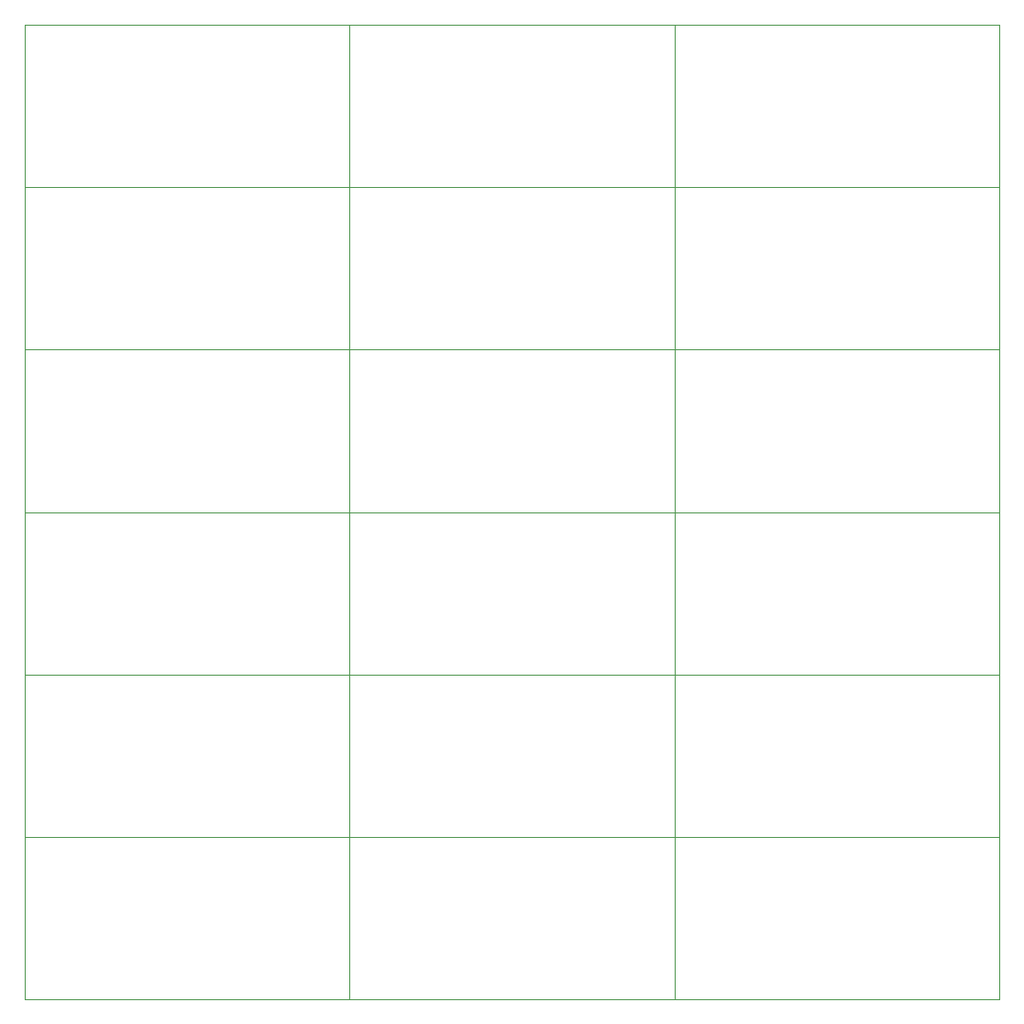
<source format=gbr>
G04 #@! TF.GenerationSoftware,KiCad,Pcbnew,5.1.5-52549c5~86~ubuntu18.04.1*
G04 #@! TF.CreationDate,2020-06-02T01:28:18-05:00*
G04 #@! TF.ProjectId,adap_127_254_panel,61646170-5f31-4323-975f-3235345f7061,rev?*
G04 #@! TF.SameCoordinates,Original*
G04 #@! TF.FileFunction,Profile,NP*
%FSLAX46Y46*%
G04 Gerber Fmt 4.6, Leading zero omitted, Abs format (unit mm)*
G04 Created by KiCad (PCBNEW 5.1.5-52549c5~86~ubuntu18.04.1) date 2020-06-02 01:28:18*
%MOMM*%
%LPD*%
G04 APERTURE LIST*
%ADD10C,0.050000*%
G04 APERTURE END LIST*
D10*
X132695000Y-137930000D02*
X162695000Y-137930000D01*
X102695000Y-137930000D02*
X132695000Y-137930000D01*
X72695000Y-137930000D02*
X102695000Y-137930000D01*
X132695000Y-122930000D02*
X162695000Y-122930000D01*
X102695000Y-122930000D02*
X132695000Y-122930000D01*
X72695000Y-122930000D02*
X102695000Y-122930000D01*
X132695000Y-107930000D02*
X162695000Y-107930000D01*
X102695000Y-107930000D02*
X132695000Y-107930000D01*
X72695000Y-107930000D02*
X102695000Y-107930000D01*
X132695000Y-92930000D02*
X162695000Y-92930000D01*
X102695000Y-92930000D02*
X132695000Y-92930000D01*
X72695000Y-92930000D02*
X102695000Y-92930000D01*
X132695000Y-77930000D02*
X162695000Y-77930000D01*
X102695000Y-77930000D02*
X132695000Y-77930000D01*
X72695000Y-77930000D02*
X102695000Y-77930000D01*
X132695000Y-62930000D02*
X162695000Y-62930000D01*
X102695000Y-62930000D02*
X132695000Y-62930000D01*
X132695000Y-122930000D02*
X162695000Y-122930000D01*
X102695000Y-122930000D02*
X132695000Y-122930000D01*
X72695000Y-122930000D02*
X102695000Y-122930000D01*
X132695000Y-107930000D02*
X162695000Y-107930000D01*
X102695000Y-107930000D02*
X132695000Y-107930000D01*
X72695000Y-107930000D02*
X102695000Y-107930000D01*
X132695000Y-92930000D02*
X162695000Y-92930000D01*
X102695000Y-92930000D02*
X132695000Y-92930000D01*
X72695000Y-92930000D02*
X102695000Y-92930000D01*
X132695000Y-77930000D02*
X162695000Y-77930000D01*
X102695000Y-77930000D02*
X132695000Y-77930000D01*
X72695000Y-77930000D02*
X102695000Y-77930000D01*
X132695000Y-62930000D02*
X162695000Y-62930000D01*
X102695000Y-62930000D02*
X132695000Y-62930000D01*
X72695000Y-62930000D02*
X102695000Y-62930000D01*
X132695000Y-47930000D02*
X162695000Y-47930000D01*
X102695000Y-47930000D02*
X132695000Y-47930000D01*
X132695000Y-122930000D02*
X132695000Y-137930000D01*
X102695000Y-122930000D02*
X102695000Y-137930000D01*
X72695000Y-122930000D02*
X72695000Y-137930000D01*
X132695000Y-107930000D02*
X132695000Y-122930000D01*
X102695000Y-107930000D02*
X102695000Y-122930000D01*
X72695000Y-107930000D02*
X72695000Y-122930000D01*
X132695000Y-92930000D02*
X132695000Y-107930000D01*
X102695000Y-92930000D02*
X102695000Y-107930000D01*
X72695000Y-92930000D02*
X72695000Y-107930000D01*
X132695000Y-77930000D02*
X132695000Y-92930000D01*
X102695000Y-77930000D02*
X102695000Y-92930000D01*
X72695000Y-77930000D02*
X72695000Y-92930000D01*
X132695000Y-62930000D02*
X132695000Y-77930000D01*
X102695000Y-62930000D02*
X102695000Y-77930000D01*
X72695000Y-62930000D02*
X72695000Y-77930000D01*
X132695000Y-47930000D02*
X132695000Y-62930000D01*
X102695000Y-47930000D02*
X102695000Y-62930000D01*
X162695000Y-122930000D02*
X162695000Y-137930000D01*
X132695000Y-122930000D02*
X132695000Y-137930000D01*
X102695000Y-122930000D02*
X102695000Y-137930000D01*
X162695000Y-107930000D02*
X162695000Y-122930000D01*
X132695000Y-107930000D02*
X132695000Y-122930000D01*
X102695000Y-107930000D02*
X102695000Y-122930000D01*
X162695000Y-92930000D02*
X162695000Y-107930000D01*
X132695000Y-92930000D02*
X132695000Y-107930000D01*
X102695000Y-92930000D02*
X102695000Y-107930000D01*
X162695000Y-77930000D02*
X162695000Y-92930000D01*
X132695000Y-77930000D02*
X132695000Y-92930000D01*
X102695000Y-77930000D02*
X102695000Y-92930000D01*
X162695000Y-62930000D02*
X162695000Y-77930000D01*
X132695000Y-62930000D02*
X132695000Y-77930000D01*
X102695000Y-62930000D02*
X102695000Y-77930000D01*
X162695000Y-47930000D02*
X162695000Y-62930000D01*
X132695000Y-47930000D02*
X132695000Y-62930000D01*
X72695000Y-62930000D02*
X102695000Y-62930000D01*
X72695000Y-47930000D02*
X102695000Y-47930000D01*
X102695000Y-47930000D02*
X102695000Y-62930000D01*
X72695000Y-47930000D02*
X72695000Y-62930000D01*
M02*

</source>
